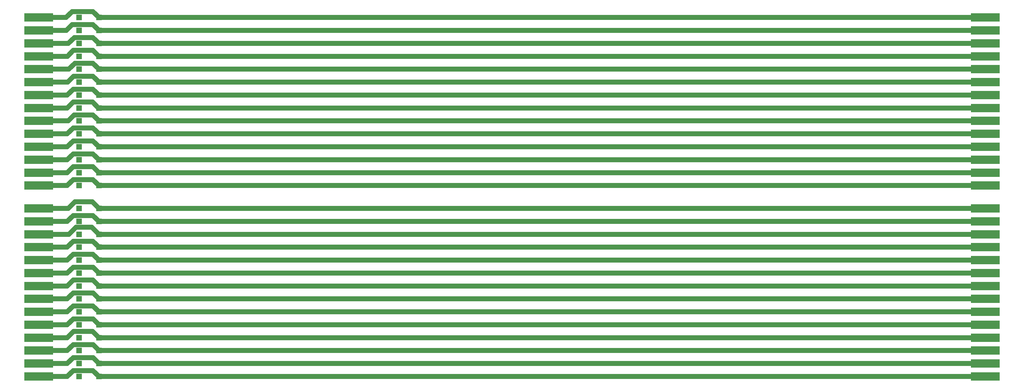
<source format=gbr>
%TF.GenerationSoftware,KiCad,Pcbnew,8.0.2*%
%TF.CreationDate,2024-05-20T20:21:16+02:00*%
%TF.ProjectId,ExtenderNarrow_56pin,45787465-6e64-4657-924e-6172726f775f,rev?*%
%TF.SameCoordinates,Original*%
%TF.FileFunction,Copper,L2,Bot*%
%TF.FilePolarity,Positive*%
%FSLAX46Y46*%
G04 Gerber Fmt 4.6, Leading zero omitted, Abs format (unit mm)*
G04 Created by KiCad (PCBNEW 8.0.2) date 2024-05-20 20:21:16*
%MOMM*%
%LPD*%
G01*
G04 APERTURE LIST*
%TA.AperFunction,SMDPad,CuDef*%
%ADD10R,8.800000X2.600000*%
%TD*%
%TA.AperFunction,ComponentPad*%
%ADD11R,1.700000X1.700000*%
%TD*%
%TA.AperFunction,Conductor*%
%ADD12C,1.500000*%
%TD*%
G04 APERTURE END LIST*
D10*
%TO.P,J57,A,Pin_A*%
%TO.N,/A*%
X45110000Y-177660000D03*
%TO.P,J57,B,Pin_B*%
%TO.N,/B*%
X45110000Y-173700000D03*
%TO.P,J57,C,Pin_C*%
%TO.N,/C*%
X45110000Y-169740000D03*
%TO.P,J57,D,Pin_D*%
%TO.N,/D*%
X45110000Y-165780000D03*
%TO.P,J57,E,Pin_E*%
%TO.N,/E*%
X45110000Y-161820000D03*
%TO.P,J57,F,Pin_F*%
%TO.N,/F*%
X45110000Y-157860000D03*
%TO.P,J57,H,Pin_H*%
%TO.N,/H*%
X45110000Y-153900000D03*
%TO.P,J57,J,Pin_J*%
%TO.N,/J*%
X45110000Y-149940000D03*
%TO.P,J57,K,Pin_K*%
%TO.N,/K*%
X45110000Y-145980000D03*
%TO.P,J57,L,Pin_L*%
%TO.N,/L*%
X45110000Y-142020000D03*
%TO.P,J57,M,Pin_M*%
%TO.N,/M*%
X45110000Y-138060000D03*
%TO.P,J57,N,Pin_N*%
%TO.N,/N*%
X45110000Y-134100000D03*
%TO.P,J57,P,Pin_P*%
%TO.N,/P*%
X45110000Y-130140000D03*
%TO.P,J57,R,Pin_R*%
%TO.N,/R*%
X45110000Y-126180000D03*
%TO.P,J57,S,Pin_S*%
%TO.N,/S*%
X45110000Y-119180000D03*
%TO.P,J57,T,Pin_T*%
%TO.N,/T*%
X45110000Y-115220000D03*
%TO.P,J57,U,Pin_U*%
%TO.N,/U*%
X45110000Y-111260000D03*
%TO.P,J57,V,Pin_V*%
%TO.N,/V*%
X45110000Y-107300000D03*
%TO.P,J57,W,Pin_W*%
%TO.N,/W*%
X45110000Y-103340000D03*
%TO.P,J57,X,Pin_X*%
%TO.N,/X*%
X45110000Y-99380000D03*
%TO.P,J57,Y,Pin_Y*%
%TO.N,/Y*%
X45110000Y-95420000D03*
%TO.P,J57,Z,Pin_Z*%
%TO.N,/Z*%
X45110000Y-91460000D03*
%TO.P,J57,~{A},Pin_~{A}*%
%TO.N,/~{A}*%
X45110000Y-87500000D03*
%TO.P,J57,~{B},Pin_~{B}*%
%TO.N,/~{B}*%
X45110000Y-83540000D03*
%TO.P,J57,~{C},Pin_~{C}*%
%TO.N,/~{C}*%
X45110000Y-79580000D03*
%TO.P,J57,~{D},Pin_~{D}*%
%TO.N,/~{D}*%
X45110000Y-75620000D03*
%TO.P,J57,~{E},Pin_~{E}*%
%TO.N,/~{E}*%
X45110000Y-71660000D03*
%TO.P,J57,~{F},Pin_~{F}*%
%TO.N,/~{F}*%
X45110000Y-67700000D03*
%TD*%
%TO.P,J58,A,Pin_A*%
%TO.N,/A*%
X335000000Y-177660000D03*
%TO.P,J58,B,Pin_B*%
%TO.N,/B*%
X335000000Y-173700000D03*
%TO.P,J58,C,Pin_C*%
%TO.N,/C*%
X335000000Y-169740000D03*
%TO.P,J58,D,Pin_D*%
%TO.N,/D*%
X335000000Y-165780000D03*
%TO.P,J58,E,Pin_E*%
%TO.N,/E*%
X335000000Y-161820000D03*
%TO.P,J58,F,Pin_F*%
%TO.N,/F*%
X335000000Y-157860000D03*
%TO.P,J58,H,Pin_H*%
%TO.N,/H*%
X335000000Y-153900000D03*
%TO.P,J58,J,Pin_J*%
%TO.N,/J*%
X335000000Y-149940000D03*
%TO.P,J58,K,Pin_K*%
%TO.N,/K*%
X335000000Y-145980000D03*
%TO.P,J58,L,Pin_L*%
%TO.N,/L*%
X335000000Y-142020000D03*
%TO.P,J58,M,Pin_M*%
%TO.N,/M*%
X335000000Y-138060000D03*
%TO.P,J58,N,Pin_N*%
%TO.N,/N*%
X335000000Y-134100000D03*
%TO.P,J58,P,Pin_P*%
%TO.N,/P*%
X335000000Y-130140000D03*
%TO.P,J58,R,Pin_R*%
%TO.N,/R*%
X335000000Y-126180000D03*
%TO.P,J58,S,Pin_S*%
%TO.N,/S*%
X335000000Y-119180000D03*
%TO.P,J58,T,Pin_T*%
%TO.N,/T*%
X335000000Y-115220000D03*
%TO.P,J58,U,Pin_U*%
%TO.N,/U*%
X335000000Y-111260000D03*
%TO.P,J58,V,Pin_V*%
%TO.N,/V*%
X335000000Y-107300000D03*
%TO.P,J58,W,Pin_W*%
%TO.N,/W*%
X335000000Y-103340000D03*
%TO.P,J58,X,Pin_X*%
%TO.N,/X*%
X335000000Y-99380000D03*
%TO.P,J58,Y,Pin_Y*%
%TO.N,/Y*%
X335000000Y-95420000D03*
%TO.P,J58,Z,Pin_Z*%
%TO.N,/Z*%
X335000000Y-91460000D03*
%TO.P,J58,~{A},Pin_~{A}*%
%TO.N,/~{A}*%
X335000000Y-87500000D03*
%TO.P,J58,~{B},Pin_~{B}*%
%TO.N,/~{B}*%
X335000000Y-83540000D03*
%TO.P,J58,~{C},Pin_~{C}*%
%TO.N,/~{C}*%
X335000000Y-79580000D03*
%TO.P,J58,~{D},Pin_~{D}*%
%TO.N,/~{D}*%
X335000000Y-75620000D03*
%TO.P,J58,~{E},Pin_~{E}*%
%TO.N,/~{E}*%
X335000000Y-71660000D03*
%TO.P,J58,~{F},Pin_~{F}*%
%TO.N,/~{F}*%
X335000000Y-67700000D03*
%TD*%
D11*
%TO.P,J12,1,Pin_1*%
%TO.N,/N*%
X63530000Y-134100000D03*
%TD*%
%TO.P,J55,1,Pin_1*%
%TO.N,/27*%
X57440000Y-71660000D03*
%TD*%
%TO.P,J31,1,Pin_1*%
%TO.N,/3*%
X57440000Y-169740000D03*
%TD*%
%TO.P,J41,1,Pin_1*%
%TO.N,/14*%
X57440000Y-126180000D03*
%TD*%
%TO.P,J6,1,Pin_1*%
%TO.N,/F*%
X63530000Y-157860000D03*
%TD*%
%TO.P,J29,1,Pin_1*%
%TO.N,/1*%
X57440000Y-177660000D03*
%TD*%
%TO.P,J5,1,Pin_1*%
%TO.N,/E*%
X63530000Y-161820000D03*
%TD*%
%TO.P,J45,1,Pin_1*%
%TO.N,/17*%
X57440000Y-111260000D03*
%TD*%
%TO.P,J46,1,Pin_1*%
%TO.N,/18*%
X57440000Y-107300000D03*
%TD*%
%TO.P,J1,1,Pin_1*%
%TO.N,/A*%
X63530000Y-177660000D03*
%TD*%
%TO.P,J23,1,Pin_1*%
%TO.N,/~{A}*%
X63530000Y-87500000D03*
%TD*%
%TO.P,J43,1,Pin_1*%
%TO.N,/16*%
X57440000Y-115220000D03*
%TD*%
%TO.P,J20,1,Pin_1*%
%TO.N,/X*%
X63530000Y-99380000D03*
%TD*%
%TO.P,J27,1,Pin_1*%
%TO.N,/~{E}*%
X63530000Y-71660000D03*
%TD*%
%TO.P,J16,1,Pin_1*%
%TO.N,/T*%
X63530000Y-115220000D03*
%TD*%
%TO.P,J36,1,Pin_1*%
%TO.N,/9*%
X57440000Y-145980000D03*
%TD*%
%TO.P,J17,1,Pin_1*%
%TO.N,/U*%
X63530000Y-111260000D03*
%TD*%
%TO.P,J3,1,Pin_1*%
%TO.N,/C*%
X63530000Y-169740000D03*
%TD*%
%TO.P,J24,1,Pin_1*%
%TO.N,/~{B}*%
X63530000Y-83540000D03*
%TD*%
%TO.P,J26,1,Pin_1*%
%TO.N,/~{D}*%
X63530000Y-75620000D03*
%TD*%
%TO.P,J2,1,Pin_1*%
%TO.N,/B*%
X63530000Y-173700000D03*
%TD*%
%TO.P,J15,1,Pin_1*%
%TO.N,/S*%
X63530000Y-119180000D03*
%TD*%
%TO.P,J50,1,Pin_1*%
%TO.N,/22*%
X57440000Y-91460000D03*
%TD*%
%TO.P,J9,1,Pin_1*%
%TO.N,/K*%
X63530000Y-145980000D03*
%TD*%
%TO.P,J42,1,Pin_1*%
%TO.N,/15*%
X57440000Y-119180000D03*
%TD*%
%TO.P,J25,1,Pin_1*%
%TO.N,/~{C}*%
X63530000Y-79580000D03*
%TD*%
%TO.P,J30,1,Pin_1*%
%TO.N,/2*%
X57440000Y-173700000D03*
%TD*%
%TO.P,J8,1,Pin_1*%
%TO.N,/J*%
X63530000Y-149940000D03*
%TD*%
%TO.P,J10,1,Pin_1*%
%TO.N,/L*%
X63530000Y-142020000D03*
%TD*%
%TO.P,J19,1,Pin_1*%
%TO.N,/W*%
X63530000Y-103340000D03*
%TD*%
%TO.P,J4,1,Pin_1*%
%TO.N,/D*%
X63530000Y-165780000D03*
%TD*%
%TO.P,J35,1,Pin_1*%
%TO.N,/8*%
X57440000Y-149940000D03*
%TD*%
%TO.P,J21,1,Pin_1*%
%TO.N,/Y*%
X63530000Y-95420000D03*
%TD*%
%TO.P,J48,1,Pin_1*%
%TO.N,/20*%
X57440000Y-99380000D03*
%TD*%
%TO.P,J18,1,Pin_1*%
%TO.N,/V*%
X63530000Y-107300000D03*
%TD*%
%TO.P,J40,1,Pin_1*%
%TO.N,/13*%
X57440000Y-130140000D03*
%TD*%
%TO.P,J32,1,Pin_1*%
%TO.N,/4*%
X57440000Y-165780000D03*
%TD*%
%TO.P,J11,1,Pin_1*%
%TO.N,/M*%
X63530000Y-138060000D03*
%TD*%
%TO.P,J53,1,Pin_1*%
%TO.N,/25*%
X57440000Y-79580000D03*
%TD*%
%TO.P,J14,1,Pin_1*%
%TO.N,/R*%
X63530000Y-126180000D03*
%TD*%
%TO.P,J54,1,Pin_1*%
%TO.N,/26*%
X57440000Y-75620000D03*
%TD*%
%TO.P,J44,1,Pin_1*%
%TO.N,/6*%
X57440000Y-157860000D03*
%TD*%
%TO.P,J39,1,Pin_1*%
%TO.N,/12*%
X57440000Y-134100000D03*
%TD*%
%TO.P,J38,1,Pin_1*%
%TO.N,/11*%
X57440000Y-138060000D03*
%TD*%
%TO.P,J47,1,Pin_1*%
%TO.N,/19*%
X57440000Y-103340000D03*
%TD*%
%TO.P,J22,1,Pin_1*%
%TO.N,/Z*%
X63530000Y-91460000D03*
%TD*%
%TO.P,J13,1,Pin_1*%
%TO.N,/P*%
X63530000Y-130140000D03*
%TD*%
%TO.P,J49,1,Pin_1*%
%TO.N,/21*%
X57440000Y-95420000D03*
%TD*%
%TO.P,J34,1,Pin_1*%
%TO.N,/7*%
X57440000Y-153900000D03*
%TD*%
%TO.P,J51,1,Pin_1*%
%TO.N,/23*%
X57440000Y-87500000D03*
%TD*%
%TO.P,J52,1,Pin_1*%
%TO.N,/24*%
X57440000Y-83540000D03*
%TD*%
%TO.P,J7,1,Pin_1*%
%TO.N,/H*%
X63530000Y-153900000D03*
%TD*%
%TO.P,J28,1,Pin_1*%
%TO.N,/~{F}*%
X63530000Y-67700000D03*
%TD*%
%TO.P,J56,1,Pin_1*%
%TO.N,/28*%
X57440000Y-67700000D03*
%TD*%
%TO.P,J37,1,Pin_1*%
%TO.N,/10*%
X57440000Y-142020000D03*
%TD*%
%TO.P,J33,1,Pin_1*%
%TO.N,/5*%
X57440000Y-161820000D03*
%TD*%
D12*
%TO.N,/A*%
X45110000Y-177660000D02*
X53840000Y-177660000D01*
X61730000Y-175860000D02*
X63530000Y-177660000D01*
X53840000Y-177660000D02*
X55640000Y-175860000D01*
X63530000Y-177660000D02*
X335000000Y-177660000D01*
X55640000Y-175860000D02*
X61730000Y-175860000D01*
%TO.N,/B*%
X61740000Y-171900000D02*
X63530000Y-173690000D01*
X45110000Y-173700000D02*
X53840000Y-173700000D01*
X63530000Y-173690000D02*
X63530000Y-173700000D01*
X335000000Y-173700000D02*
X63530000Y-173700000D01*
X55640000Y-171900000D02*
X61740000Y-171900000D01*
X53840000Y-173700000D02*
X55640000Y-171900000D01*
%TO.N,/C*%
X63530000Y-169730000D02*
X63530000Y-169740000D01*
X55640000Y-167940000D02*
X61740000Y-167940000D01*
X45110000Y-169740000D02*
X53840000Y-169740000D01*
X61740000Y-167940000D02*
X63530000Y-169730000D01*
X63530000Y-169740000D02*
X335000000Y-169740000D01*
X53840000Y-169740000D02*
X55640000Y-167940000D01*
%TO.N,/D*%
X63520000Y-165780000D02*
X63530000Y-165780000D01*
X45110000Y-165780000D02*
X53840000Y-165780000D01*
X53840000Y-165780000D02*
X55740000Y-163880000D01*
X55740000Y-163880000D02*
X61620000Y-163880000D01*
X61620000Y-163880000D02*
X63520000Y-165780000D01*
X335000000Y-165780000D02*
X63530000Y-165780000D01*
%TO.N,/E*%
X55640000Y-160020000D02*
X61760000Y-160020000D01*
X63530000Y-161820000D02*
X335000000Y-161820000D01*
X45110000Y-161820000D02*
X53840000Y-161820000D01*
X61760000Y-160020000D02*
X63530000Y-161790000D01*
X63530000Y-161790000D02*
X63530000Y-161820000D01*
X53840000Y-161820000D02*
X55640000Y-160020000D01*
%TO.N,/F*%
X53840000Y-157860000D02*
X55640000Y-156060000D01*
X55640000Y-156060000D02*
X61730000Y-156060000D01*
X61730000Y-156060000D02*
X63530000Y-157860000D01*
X45110000Y-157860000D02*
X53840000Y-157860000D01*
X335000000Y-157860000D02*
X63530000Y-157860000D01*
%TO.N,/H*%
X55640000Y-152100000D02*
X61750000Y-152100000D01*
X63530000Y-153880000D02*
X63530000Y-153900000D01*
X61750000Y-152100000D02*
X63530000Y-153880000D01*
X45110000Y-153900000D02*
X53840000Y-153900000D01*
X63530000Y-153900000D02*
X335000000Y-153900000D01*
X53840000Y-153900000D02*
X55640000Y-152100000D01*
%TO.N,/J*%
X45110000Y-149940000D02*
X53840000Y-149940000D01*
X53840000Y-149940000D02*
X55640000Y-148140000D01*
X335000000Y-149940000D02*
X63530000Y-149940000D01*
X61730000Y-148140000D02*
X63530000Y-149940000D01*
X55640000Y-148140000D02*
X61730000Y-148140000D01*
%TO.N,/K*%
X55640000Y-144180000D02*
X59470000Y-144180000D01*
X59470000Y-144180000D02*
X59480000Y-144190000D01*
X45110000Y-145980000D02*
X53840000Y-145980000D01*
X63530000Y-145980000D02*
X335000000Y-145980000D01*
X61740000Y-144190000D02*
X63530000Y-145980000D01*
X53840000Y-145980000D02*
X55640000Y-144180000D01*
X59480000Y-144190000D02*
X61740000Y-144190000D01*
%TO.N,/L*%
X45110000Y-142020000D02*
X53840000Y-142020000D01*
X55650000Y-140210000D02*
X61720000Y-140210000D01*
X53840000Y-142020000D02*
X55650000Y-140210000D01*
X61720000Y-140210000D02*
X63530000Y-142020000D01*
X335000000Y-142020000D02*
X63530000Y-142020000D01*
%TO.N,/M*%
X53840000Y-138060000D02*
X55640000Y-136260000D01*
X55640000Y-136260000D02*
X61730000Y-136260000D01*
X45110000Y-138060000D02*
X53840000Y-138060000D01*
X61730000Y-136260000D02*
X63530000Y-138060000D01*
X63530000Y-138060000D02*
X335000000Y-138060000D01*
%TO.N,/N*%
X56520000Y-131940000D02*
X61370000Y-131940000D01*
X45110000Y-134100000D02*
X54360000Y-134100000D01*
X335000000Y-134100000D02*
X63530000Y-134100000D01*
X61370000Y-131940000D02*
X63530000Y-134100000D01*
X54360000Y-134100000D02*
X56520000Y-131940000D01*
%TO.N,/P*%
X45110000Y-130140000D02*
X53840000Y-130140000D01*
X61730000Y-128340000D02*
X63530000Y-130140000D01*
X53840000Y-130140000D02*
X55640000Y-128340000D01*
X55640000Y-128340000D02*
X61730000Y-128340000D01*
X63530000Y-130140000D02*
X335000000Y-130140000D01*
%TO.N,/R*%
X56160000Y-124170000D02*
X61520000Y-124170000D01*
X335000000Y-126180000D02*
X63530000Y-126180000D01*
X61520000Y-124170000D02*
X63530000Y-126180000D01*
X54150000Y-126180000D02*
X56160000Y-124170000D01*
X45110000Y-126180000D02*
X54150000Y-126180000D01*
%TO.N,/S*%
X61730000Y-117380000D02*
X63530000Y-119180000D01*
X53840000Y-119180000D02*
X55640000Y-117380000D01*
X63530000Y-119180000D02*
X335000000Y-119180000D01*
X55640000Y-117380000D02*
X61730000Y-117380000D01*
X45110000Y-119180000D02*
X53840000Y-119180000D01*
%TO.N,/T*%
X55640000Y-113420000D02*
X61730000Y-113420000D01*
X335000000Y-115220000D02*
X63530000Y-115220000D01*
X45110000Y-115220000D02*
X53840000Y-115220000D01*
X61730000Y-113420000D02*
X63530000Y-115220000D01*
X53840000Y-115220000D02*
X55640000Y-113420000D01*
%TO.N,/U*%
X45110000Y-111260000D02*
X53840000Y-111260000D01*
X61730000Y-109460000D02*
X63530000Y-111260000D01*
X55640000Y-109460000D02*
X61730000Y-109460000D01*
X53840000Y-111260000D02*
X55640000Y-109460000D01*
X63530000Y-111260000D02*
X335000000Y-111260000D01*
%TO.N,/V*%
X335000000Y-107300000D02*
X63530000Y-107300000D01*
X45110000Y-107300000D02*
X53840000Y-107300000D01*
X53840000Y-107300000D02*
X55640000Y-105500000D01*
X55640000Y-105500000D02*
X61730000Y-105500000D01*
X61730000Y-105500000D02*
X63530000Y-107300000D01*
%TO.N,/W*%
X63530000Y-103340000D02*
X335000000Y-103340000D01*
X55640000Y-101540000D02*
X61730000Y-101540000D01*
X53840000Y-103340000D02*
X55640000Y-101540000D01*
X61730000Y-101540000D02*
X63530000Y-103340000D01*
X45110000Y-103340000D02*
X53840000Y-103340000D01*
%TO.N,/X*%
X335000000Y-99380000D02*
X63530000Y-99380000D01*
X61730000Y-97580000D02*
X55920000Y-97580000D01*
X63530000Y-99380000D02*
X61730000Y-97580000D01*
X54120000Y-99380000D02*
X45110000Y-99380000D01*
X55920000Y-97580000D02*
X54120000Y-99380000D01*
%TO.N,/Y*%
X63530000Y-95420000D02*
X335000000Y-95420000D01*
X53840000Y-95420000D02*
X55640000Y-93620000D01*
X55640000Y-93620000D02*
X61620000Y-93620000D01*
X45110000Y-95420000D02*
X53840000Y-95420000D01*
X63420000Y-95420000D02*
X63530000Y-95420000D01*
X61620000Y-93620000D02*
X63420000Y-95420000D01*
%TO.N,/Z*%
X55640000Y-89660000D02*
X53840000Y-91460000D01*
X53840000Y-91460000D02*
X45110000Y-91460000D01*
X63530000Y-91460000D02*
X61730000Y-89660000D01*
X335000000Y-91460000D02*
X63530000Y-91460000D01*
X61730000Y-89660000D02*
X55640000Y-89660000D01*
%TO.N,/~{A}*%
X54000000Y-87500000D02*
X45110000Y-87500000D01*
X55800000Y-85700000D02*
X54000000Y-87500000D01*
X61730000Y-85700000D02*
X55800000Y-85700000D01*
X63530000Y-87500000D02*
X61730000Y-85700000D01*
X63530000Y-87500000D02*
X335000000Y-87500000D01*
%TO.N,/~{B}*%
X335000000Y-83540000D02*
X63530000Y-83540000D01*
X56160000Y-81740000D02*
X54360000Y-83540000D01*
X54360000Y-83540000D02*
X45110000Y-83540000D01*
X63530000Y-83540000D02*
X61730000Y-81740000D01*
X61730000Y-81740000D02*
X56160000Y-81740000D01*
%TO.N,/~{C}*%
X53920000Y-79580000D02*
X45110000Y-79580000D01*
X61730000Y-77780000D02*
X55720000Y-77780000D01*
X63530000Y-79580000D02*
X335000000Y-79580000D01*
X63530000Y-79580000D02*
X61730000Y-77780000D01*
X55720000Y-77780000D02*
X53920000Y-79580000D01*
%TO.N,/~{D}*%
X61730000Y-73820000D02*
X55980000Y-73820000D01*
X54180000Y-75620000D02*
X45110000Y-75620000D01*
X55980000Y-73820000D02*
X54180000Y-75620000D01*
X335000000Y-75620000D02*
X63530000Y-75620000D01*
X63530000Y-75620000D02*
X61730000Y-73820000D01*
%TO.N,/~{E}*%
X61730000Y-69860000D02*
X63530000Y-71660000D01*
X55340000Y-69860000D02*
X61730000Y-69860000D01*
X53540000Y-71660000D02*
X55340000Y-69860000D01*
X45110000Y-71660000D02*
X53540000Y-71660000D01*
X63530000Y-71660000D02*
X335000000Y-71660000D01*
%TO.N,/~{F}*%
X45110000Y-67700000D02*
X53500000Y-67700000D01*
X53500000Y-67700000D02*
X55300000Y-65900000D01*
X55300000Y-65900000D02*
X61730000Y-65900000D01*
X61730000Y-65900000D02*
X63530000Y-67700000D01*
X63530000Y-67700000D02*
X335000000Y-67700000D01*
%TD*%
M02*

</source>
